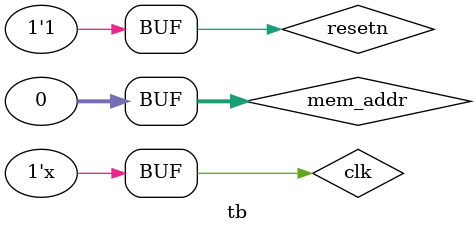
<source format=v>
`timescale 1ns / 1ps


module tb;

    // Inputs
    reg clk;
    reg resetn;
    reg [4:0] rf_addr;
    reg [31:0] mem_addr;

    // Outputs
    wire [31:0] rf_data;
    wire [31:0] mem_data;
    wire [31:0] IF_pc;
    wire [31:0] IF_inst;
    wire [31:0] ID_pc;
    wire [31:0] EXE_pc;
    wire [31:0] MEM_pc;
    wire [31:0] WB_pc;
    wire [31:0] display_state;

    // Instantiate the Unit Under Test (UUT)
    multi_cycle_cpu uut (
        .clk(clk), 
        .resetn(resetn), 
        .rf_addr(rf_addr), 
        .mem_addr(mem_addr), 
        .rf_data(rf_data), 
        .mem_data(mem_data), 
        .IF_pc(IF_pc), 
        .IF_inst(IF_inst), 
        .ID_pc(ID_pc), 
        .EXE_pc(EXE_pc), 
        .MEM_pc(MEM_pc), 
        .WB_pc(WB_pc), 
        .display_state(display_state)
    );

    initial begin
        // Initialize Inputs
        clk = 0;
        resetn = 0;
        rf_addr = 23;
        mem_addr = 0;

        // Wait 100 ns for global reset to finish
        #100;
      resetn = 1;
        // Add stimulus here
    end
   always #5 clk=~clk;
   
   always #1 begin
        rf_addr = (rf_addr == 5'd31) ? 5'd0 : rf_addr + 5'd1;
    end
    
endmodule


</source>
